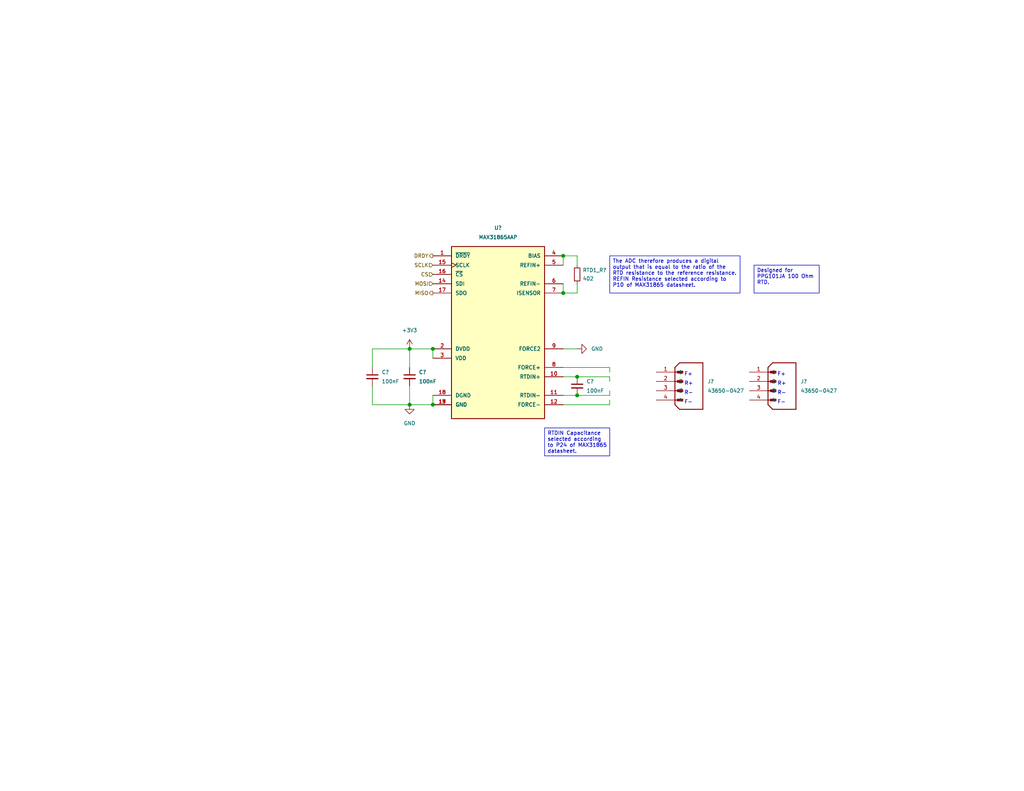
<source format=kicad_sch>
(kicad_sch (version 20230121) (generator eeschema)
  (paper "USLetter")
  (title_block (title "Blackbody A") (date "2023-07-16") (rev "v0.2.0") (company "LHR Solar") (comment 1 "Jacob Giddens") (comment 2 "Matthew Yu") (comment 3 "Gary Hallock"))
  (lib_symbols
    (symbol "Device:C_Small" (pin_numbers hide) (pin_names (offset 0.254) hide)
      (property "Reference" "C" (at 0.254 1.778 0))
      (property "Value" "C_Small" (at 0.254 -2.032 0))
      (symbol "C_Small_0_1"
        (polyline (pts (xy -1.524 -0.508) (xy 1.524 -0.508)) (stroke (width 0.3302)))
        (polyline (pts (xy -1.524 0.508) (xy 1.524 0.508)) (stroke (width 0.3048)))
      )
      (symbol "C_Small_1_1"
        (pin passive line (at 0 2.54 270) (length 2.032) (name "~") (number "1"))
        (pin passive line (at 0 -2.54 90) (length 2.032) (name "~") (number "2"))
      )
    )
    (symbol "Device:R_Small" (pin_numbers hide) (pin_names (offset 0.254) hide)
      (property "Reference" "R" (at 0.762 0.508 0))
      (property "Value" "R_Small" (at 0.762 -1.016 0))
      (symbol "R_Small_0_1"
        (rectangle (start -0.762 1.778) (end 0.762 -1.778) (stroke (width 0.2032)))
      )
      (symbol "R_Small_1_1"
        (pin passive line (at 0 2.54 270) (length 0.762) (name "~") (number "1"))
        (pin passive line (at 0 -2.54 90) (length 0.762) (name "~") (number "2"))
      )
    )
    (symbol "maxim_MAX31865AAP:MAX31865AAP" (pin_names (offset 1.016))
      (property "Reference" "U" (at -12.7 25.4 0))
      (property "Value" "MAX31865AAP" (at -12.7 -30.48 0))
      (symbol "MAX31865AAP_0_0"
        (rectangle (start -12.7 25.4) (end 12.7 -21.59) (stroke (width 0.254)) (fill (type background)))
        (pin output line (at -17.78 22.86 0) (length 5.08) (name "~{DRDY}") (number "1"))
        (pin input line (at 17.78 -10.16 180) (length 5.08) (name "RTDIN+") (number "10"))
        (pin input line (at 17.78 -15.24 180) (length 5.08) (name "RTDIN-") (number "11"))
        (pin input line (at 17.78 -17.78 180) (length 5.08) (name "FORCE-") (number "12"))
        (pin power_in line (at -17.78 -17.78 0) (length 5.08) (name "GND") (number "13"))
        (pin input line (at -17.78 15.24 0) (length 5.08) (name "SDI") (number "14"))
        (pin input clock (at -17.78 20.32 0) (length 5.08) (name "SCLK") (number "15"))
        (pin input line (at -17.78 17.78 0) (length 5.08) (name "~{CS}") (number "16"))
        (pin output line (at -17.78 12.7 0) (length 5.08) (name "SDO") (number "17"))
        (pin power_in line (at -17.78 -15.24 0) (length 5.08) (name "DGND") (number "18"))
        (pin power_in line (at -17.78 -17.78 0) (length 5.08) (name "GND") (number "19"))
        (pin power_in line (at -17.78 -2.54 0) (length 5.08) (name "DVDD") (number "2"))
        (pin power_in line (at -17.78 -5.08 0) (length 5.08) (name "VDD") (number "3"))
        (pin output line (at 17.78 22.86 180) (length 5.08) (name "BIAS") (number "4"))
        (pin input line (at 17.78 20.32 180) (length 5.08) (name "REFIN+") (number "5"))
        (pin input line (at 17.78 15.24 180) (length 5.08) (name "REFIN-") (number "6"))
        (pin input line (at 17.78 12.7 180) (length 5.08) (name "ISENSOR") (number "7"))
        (pin output line (at 17.78 -7.62 180) (length 5.08) (name "FORCE+") (number "8"))
        (pin input line (at 17.78 -2.54 180) (length 5.08) (name "FORCE2") (number "9"))
      )
    )
    (symbol "molex_microfit_43650_0427:43650-0427" (pin_names (offset 1.016))
      (property "Reference" "J" (at 0 6.35 0))
      (property "Value" "43650-0427" (at 0 -10.16 0))
      (symbol "43650-0427_0_0"
        (polyline (pts (xy 0 -6.35) (xy 1.27 -7.62)) (stroke (width 0.254)))
        (polyline (pts (xy 0 -5.08) (xy 1.905 -5.08)) (stroke (width 0.254)))
        (polyline (pts (xy 0 -2.54) (xy 1.905 -2.54)) (stroke (width 0.254)))
        (polyline (pts (xy 0 0) (xy 1.905 0)) (stroke (width 0.254)))
        (polyline (pts (xy 0 2.54) (xy 0 -6.35)) (stroke (width 0.254)))
        (polyline (pts (xy 0 2.54) (xy 1.905 2.54)) (stroke (width 0.254)))
        (polyline (pts (xy 0 3.81) (xy 0 2.54)) (stroke (width 0.254)))
        (polyline (pts (xy 0 3.81) (xy 1.27 5.08)) (stroke (width 0.254)))
        (polyline (pts (xy 1.27 -7.62) (xy 7.62 -7.62)) (stroke (width 0.254)))
        (polyline (pts (xy 7.62 -7.62) (xy 7.62 5.08)) (stroke (width 0.254)))
        (polyline (pts (xy 7.62 5.08) (xy 1.27 5.08)) (stroke (width 0.254)))
        (rectangle (start 0.635 -5.3975) (end 2.2225 -4.7625) (stroke (width 0.1)) (fill (type outline)))
        (rectangle (start 0.635 -2.8575) (end 2.2225 -2.2225) (stroke (width 0.1)) (fill (type outline)))
        (rectangle (start 0.635 -0.3175) (end 2.2225 0.3175) (stroke (width 0.1)) (fill (type outline)))
        (rectangle (start 0.635 2.2225) (end 2.2225 2.8575) (stroke (width 0.1)) (fill (type outline)))
        (pin passive line (at -5.08 2.54 0) (length 5.08) (name "1") (number "1"))
        (pin passive line (at -5.08 0 0) (length 5.08) (name "2") (number "2"))
        (pin passive line (at -5.08 -2.54 0) (length 5.08) (name "3") (number "3"))
        (pin passive line (at -5.08 -5.08 0) (length 5.08) (name "4") (number "4"))
      )
    )
    (symbol "power:+3V3" (power) (pin_names (offset 0))
      (property "Value" "+3V3" (at 0 3.556 0))
      (symbol "+3V3_0_1"
        (polyline (pts (xy -0.762 1.27) (xy 0 2.54)))
        (polyline (pts (xy 0 0) (xy 0 2.54)))
        (polyline (pts (xy 0 2.54) (xy 0.762 1.27)))
      )
      (symbol "+3V3_1_1"
        (pin power_in line (at 0 0 90) (length 0) hide (name "+3V3") (number "1"))
      )
    )
    (symbol "power:GND" (power) (pin_names (offset 0))
      (property "Value" "GND" (at 0 -3.81 0))
      (symbol "GND_0_1"
        (polyline (pts (xy 0 0) (xy 0 -1.27) (xy 1.27 -1.27) (xy 0 -2.54) (xy -1.27 -1.27) (xy 0 -1.27)))
      )
      (symbol "GND_1_1"
        (pin power_in line (at 0 0 270) (length 0) hide (name "GND") (number "1"))
      )
    )
  )
  (junction (at 118.11 110.49))
  (junction (at 111.76 110.49))
  (junction (at 153.67 80.01))
  (junction (at 157.48 107.95))
  (junction (at 118.11 95.25))
  (junction (at 111.76 95.25))
  (junction (at 153.67 69.85))
  (junction (at 157.48 102.87))
  (wire (pts (xy 166.37 107.95) (xy 166.37 106.68)))
  (wire (pts (xy 111.76 95.25) (xy 111.76 100.33)))
  (wire (pts (xy 153.67 102.87) (xy 157.48 102.87)))
  (wire (pts (xy 101.6 110.49) (xy 101.6 105.41)))
  (wire (pts (xy 157.48 72.39) (xy 157.48 69.85)))
  (wire (pts (xy 166.37 102.87) (xy 166.37 104.14)))
  (wire (pts (xy 111.76 95.25) (xy 118.11 95.25)))
  (wire (pts (xy 153.67 72.39) (xy 153.67 69.85)))
  (wire (pts (xy 157.48 80.01) (xy 153.67 80.01)))
  (wire (pts (xy 153.67 107.95) (xy 157.48 107.95)))
  (wire (pts (xy 157.48 107.95) (xy 166.37 107.95)))
  (wire (pts (xy 118.11 107.95) (xy 118.11 110.49)))
  (wire (pts (xy 153.67 77.47) (xy 153.67 80.01)))
  (wire (pts (xy 101.6 110.49) (xy 111.76 110.49)))
  (wire (pts (xy 111.76 110.49) (xy 111.76 105.41)))
  (wire (pts (xy 157.48 102.87) (xy 166.37 102.87)))
  (wire (pts (xy 157.48 69.85) (xy 153.67 69.85)))
  (wire (pts (xy 101.6 95.25) (xy 111.76 95.25)))
  (wire (pts (xy 111.76 110.49) (xy 118.11 110.49)))
  (wire (pts (xy 157.48 77.47) (xy 157.48 80.01)))
  (wire (pts (xy 153.67 100.33) (xy 166.37 100.33)))
  (wire (pts (xy 153.67 95.25) (xy 157.48 95.25)))
  (wire (pts (xy 166.37 110.49) (xy 166.37 109.22)))
  (wire (pts (xy 118.11 95.25) (xy 118.11 97.79)))
  (wire (pts (xy 166.37 100.33) (xy 166.37 101.6)))
  (wire (pts (xy 101.6 95.25) (xy 101.6 100.33)))
  (wire (pts (xy 153.67 110.49) (xy 166.37 110.49)))
  (text_box "RTDIN Capacitance selected according to P24 of MAX31865 datasheet." (at 148.59 116.84 0) (size 17.78 7.62) (effects (font (size 1.016 1.016)) (justify left top)))
  (text_box "The ADC therefore produces a digital output that is equal to the ratio of the RTD resistance to the reference resistance.\nREFIN Resistance selected according to P10 of MAX31865 datasheet." (at 166.37 69.85 0) (size 35.56 10.16) (effects (font (size 1.016 1.016)) (justify left top)))
  (text_box "Designed for PPG101JA 100 Ohm RTD." (at 205.74 72.39 0) (size 17.78 7.62) (effects (font (size 1.016 1.016)) (justify left top)))
  (text "R-" (at 212.09 107.95 0) (effects (font (size 1.016 1.016)) (justify left bottom)))
  (text "F-" (at 186.69 110.49 0) (effects (font (size 1.016 1.016)) (justify left bottom)))
  (text "R-" (at 186.69 107.95 0) (effects (font (size 1.016 1.016)) (justify left bottom)))
  (text "F-" (at 212.09 110.49 0) (effects (font (size 1.016 1.016)) (justify left bottom)))
  (text "F+" (at 212.09 102.87 0) (effects (font (size 1.016 1.016)) (justify left bottom)))
  (text "R+" (at 186.69 105.41 0) (effects (font (size 1.016 1.016)) (justify left bottom)))
  (text "R+" (at 212.09 105.41 0) (effects (font (size 1.016 1.016)) (justify left bottom)))
  (text "F+" (at 186.69 102.87 0) (effects (font (size 1.016 1.016)) (justify left bottom)))
  (hierarchical_label "MISO" (shape output) (at 118.11 80.01 180) (effects (font (size 1 1))))
  (hierarchical_label "MOSI" (shape input) (at 118.11 77.47 180) (effects (font (size 1 1))))
  (hierarchical_label "CS" (shape input) (at 118.11 74.93 180) (effects (font (size 1 1))))
  (hierarchical_label "DRDY" (shape output) (at 118.11 69.85 180) (effects (font (size 1 1))))
  (hierarchical_label "SCLK" (shape input) (at 118.11 72.39 180) (effects (font (size 1 1))))
  (symbol (lib_id "Device:C_Small") (at 157.48 105.41 0) (unit 1)
    (property "Reference" "C?" (at 160.02 104.14 0) (effects (font (size 1 1)) (justify left)))
    (property "Value" "100nF" (at 160.02 106.68 0) (effects (font (size 1 1)) (justify left)))
    (property "Footprint" "Capacitor_SMD:C_0402_1005Metric" (effects hide))
    (property "Datasheet" "https://datasheet.lcsc.com/lcsc/2304140030_Samsung-Electro-Mechanics-CL05B104KO5NNNC_C1525.pdf" (effects hide))
    (property "Distributor" "JLCPCB" (effects hide))
    (property "Manufacturer" "Samsung Electro-Mechanics" (effects hide))
    (property "P/N" "CL05B104KO5NNNC" (effects hide))
    (property "LCSC Part #" "C1525" (effects hide))
    (property "Cost" "0.0008" (effects hide))
    (property "Notes" "Rated for 16V." (effects hide))
    (instances (project "mppt" (path "" (reference "C?") (unit 1)) (path "" (reference "C?") (unit 1)) (path "" (reference "C?") (unit 1))) (project "blackbody_a" (path "" (reference "C1303") (unit 1)) (path "" (reference "C1203") (unit 1)) (path "" (reference "C1103") (unit 1)) (path "" (reference "C1003") (unit 1)) (path "" (reference "C903") (unit 1)) (path "" (reference "C803") (unit 1)) (path "" (reference "C6") (unit 1)) (path "" (reference "C703") (unit 1)) (path "" (reference "C603") (unit 1)) (path "" (reference "C?") (unit 1))))
  )
  (symbol (lib_id "molex_microfit_43650_0427:43650-0427") (at 209.55 104.14 0) (unit 1)
    (property "Reference" "J?" (at 218.44 104.14 0) (effects (font (size 1 1)) (justify left)))
    (property "Value" "43650-0427" (at 218.44 106.68 0) (effects (font (size 1 1)) (justify left)))
    (property "Footprint" "footprints:molex_microfit_43650_0427" (effects hide))
    (property "Datasheet" "https://www.molex.com/content/dam/molex/molex-dot-com/products/automated/en-us/salesdrawingpdf/436/43650/436500427_sd.pdf" (effects hide))
    (property "Distributor" "Mouser" (effects hide))
    (property "Manufacturer" "Molex" (effects hide))
    (property "P/N" "43650-0427" (effects hide))
    (property "Cost" "1.41" (effects hide))
    (instances (project "mppt" (path "" (reference "J?") (unit 1)) (path "" (reference "J?") (unit 1)) (path "" (reference "J?") (unit 1))) (project "blackbody_a" (path "" (reference "J1301") (unit 1)) (path "" (reference "J1201") (unit 1)) (path "" (reference "J1101") (unit 1)) (path "" (reference "J1001") (unit 1)) (path "" (reference "J901") (unit 1)) (path "" (reference "J801") (unit 1)) (path "" (reference "J601") (unit 1)) (path "" (reference "J701") (unit 1))))
  )
  (symbol (lib_id "Device:C_Small") (at 101.6 102.87 0) (unit 1)
    (property "Reference" "C?" (at 104.14 101.6 0) (effects (font (size 1 1)) (justify left)))
    (property "Value" "100nF" (at 104.14 104.14 0) (effects (font (size 1 1)) (justify left)))
    (property "Footprint" "Capacitor_SMD:C_0402_1005Metric" (effects hide))
    (property "Datasheet" "https://datasheet.lcsc.com/lcsc/2304140030_Samsung-Electro-Mechanics-CL05B104KO5NNNC_C1525.pdf" (effects hide))
    (property "Distributor" "JLCPCB" (effects hide))
    (property "Manufacturer" "Samsung Electro-Mechanics" (effects hide))
    (property "P/N" "CL05B104KO5NNNC" (effects hide))
    (property "LCSC Part #" "C1525" (effects hide))
    (property "Cost" "0.0008" (effects hide))
    (property "Notes" "Rated for 16V." (effects hide))
    (instances (project "mppt" (path "" (reference "C?") (unit 1)) (path "" (reference "C?") (unit 1)) (path "" (reference "C?") (unit 1))) (project "blackbody_a" (path "" (reference "C1301") (unit 1)) (path "" (reference "C1201") (unit 1)) (path "" (reference "C1101") (unit 1)) (path "" (reference "C1001") (unit 1)) (path "" (reference "C901") (unit 1)) (path "" (reference "C801") (unit 1)) (path "" (reference "C6") (unit 1)) (path "" (reference "C701") (unit 1)) (path "" (reference "C601") (unit 1)) (path "" (reference "C?") (unit 1))))
  )
  (symbol (lib_id "power:GND") (at 111.76 110.49 0) (unit 1)
    (property "Reference" "#PWR0802" (effects hide))
    (property "Value" "GND" (at 111.76 115.57 0) (effects (font (size 1 1))))
    (instances (project "mppt" (path "" (reference "#PWR0802") (unit 1)) (path "" (reference "#PWR0902") (unit 1)) (path "" (reference "#PWR01002") (unit 1))) (project "blackbody_a" (path "" (reference "#PWR0702") (unit 1)) (path "" (reference "#PWR0602") (unit 1)) (path "" (reference "#PWR0802") (unit 1)) (path "" (reference "#PWR0902") (unit 1)) (path "" (reference "#PWR01002") (unit 1)) (path "" (reference "#PWR01102") (unit 1)) (path "" (reference "#PWR01202") (unit 1)) (path "" (reference "#PWR01302") (unit 1))))
  )
  (symbol (lib_id "molex_microfit_43650_0427:43650-0427") (at 184.15 104.14 0) (unit 1)
    (property "Reference" "J?" (at 193.04 104.14 0) (effects (font (size 1 1)) (justify left)))
    (property "Value" "43650-0427" (at 193.04 106.68 0) (effects (font (size 1 1)) (justify left)))
    (property "Footprint" "footprints:molex_microfit_43650_0427" (effects hide))
    (property "Datasheet" "https://www.molex.com/content/dam/molex/molex-dot-com/products/automated/en-us/salesdrawingpdf/436/43650/436500427_sd.pdf" (effects hide))
    (property "Distributor" "Mouser" (effects hide))
    (property "Manufacturer" "Molex" (effects hide))
    (property "P/N" "43650-0427" (effects hide))
    (property "Cost" "1.41" (effects hide))
    (instances (project "mppt" (path "" (reference "J?") (unit 1)) (path "" (reference "J?") (unit 1)) (path "" (reference "J?") (unit 1))) (project "blackbody_a" (path "" (reference "J1301") (unit 1)) (path "" (reference "J1201") (unit 1)) (path "" (reference "J1101") (unit 1)) (path "" (reference "J1001") (unit 1)) (path "" (reference "J901") (unit 1)) (path "" (reference "J801") (unit 1)) (path "" (reference "J601") (unit 1)) (path "" (reference "J701") (unit 1))))
  )
  (symbol (lib_id "Device:R_Small") (at 157.48 74.93 0) (unit 1)
    (property "Reference" "RTD1_R?" (at 158.9786 73.7616 0) (effects (font (size 1 1)) (justify left)))
    (property "Value" "402" (at 158.9786 76.073 0) (effects (font (size 1 1)) (justify left)))
    (property "Footprint" "Resistor_SMD:R_0805_2012Metric" (effects hide))
    (property "Datasheet" "https://www.mouser.com/datasheet/2/447/PYu_RT_1_to_0_01_RoHS_L_12-3003070.pdf" (effects hide))
    (property "Distributor" "Mouser" (effects hide))
    (property "Manufacturer" "Yageo" (effects hide))
    (property "P/N" "RT0805DRE07402RL" (effects hide))
    (property "Cost" "0.13" (effects hide))
    (property "Notes" "Should be 400 ohms but good enough :(." (effects hide))
    (instances (project "mppt" (path "" (reference "RTD1_R?") (unit 1)) (path "" (reference "RTD1_R?") (unit 1)) (path "" (reference "RTD1_R?") (unit 1))) (project "blackbody_a" (path "" (reference "RTD1_R1301") (unit 1)) (path "" (reference "RTD1_R1201") (unit 1)) (path "" (reference "RTD1_R1101") (unit 1)) (path "" (reference "RTD1_R1001") (unit 1)) (path "" (reference "RTD1_R901") (unit 1)) (path "" (reference "RTD1_R801") (unit 1)) (path "" (reference "RTD1_R601") (unit 1)) (path "" (reference "RTD1_R701") (unit 1))))
  )
  (symbol (lib_id "power:+3V3") (at 111.76 95.25 0) (unit 1)
    (property "Reference" "#PWR0801" (effects hide))
    (property "Value" "+3V3" (at 111.76 90.17 0) (effects (font (size 1 1))))
    (instances (project "mppt" (path "" (reference "#PWR0801") (unit 1)) (path "" (reference "#PWR0901") (unit 1)) (path "" (reference "#PWR01001") (unit 1))) (project "blackbody_a" (path "" (reference "#PWR01301") (unit 1)) (path "" (reference "#PWR01201") (unit 1)) (path "" (reference "#PWR01101") (unit 1)) (path "" (reference "#PWR01001") (unit 1)) (path "" (reference "#PWR0901") (unit 1)) (path "" (reference "#PWR0801") (unit 1)) (path "" (reference "#PWR0601") (unit 1)) (path "" (reference "#PWR0701") (unit 1))))
  )
  (symbol (lib_id "Device:C_Small") (at 111.76 102.87 0) (unit 1)
    (property "Reference" "C?" (at 114.3 101.6 0) (effects (font (size 1 1)) (justify left)))
    (property "Value" "100nF" (at 114.3 104.14 0) (effects (font (size 1 1)) (justify left)))
    (property "Footprint" "Capacitor_SMD:C_0402_1005Metric" (effects hide))
    (property "Datasheet" "https://datasheet.lcsc.com/lcsc/2304140030_Samsung-Electro-Mechanics-CL05B104KO5NNNC_C1525.pdf" (effects hide))
    (property "Distributor" "JLCPCB" (effects hide))
    (property "Manufacturer" "Samsung Electro-Mechanics" (effects hide))
    (property "P/N" "CL05B104KO5NNNC" (effects hide))
    (property "LCSC Part #" "C1525" (effects hide))
    (property "Cost" "0.0008" (effects hide))
    (property "Notes" "Rated for 16V." (effects hide))
    (instances (project "mppt" (path "" (reference "C?") (unit 1)) (path "" (reference "C?") (unit 1)) (path "" (reference "C?") (unit 1))) (project "blackbody_a" (path "" (reference "C1302") (unit 1)) (path "" (reference "C1202") (unit 1)) (path "" (reference "C1102") (unit 1)) (path "" (reference "C1002") (unit 1)) (path "" (reference "C902") (unit 1)) (path "" (reference "C802") (unit 1)) (path "" (reference "C6") (unit 1)) (path "" (reference "C702") (unit 1)) (path "" (reference "C602") (unit 1)) (path "" (reference "C?") (unit 1))))
  )
  (symbol (lib_id "power:GND") (at 157.48 95.25 90) (unit 1)
    (property "Reference" "#PWR0803" (effects hide))
    (property "Value" "GND" (at 161.29 95.25 90) (effects (font (size 1 1)) (justify right)))
    (instances (project "mppt" (path "" (reference "#PWR0803") (unit 1)) (path "" (reference "#PWR0903") (unit 1)) (path "" (reference "#PWR01003") (unit 1))) (project "blackbody_a" (path "" (reference "#PWR01303") (unit 1)) (path "" (reference "#PWR01203") (unit 1)) (path "" (reference "#PWR01103") (unit 1)) (path "" (reference "#PWR01003") (unit 1)) (path "" (reference "#PWR0903") (unit 1)) (path "" (reference "#PWR0803") (unit 1)) (path "" (reference "#PWR0603") (unit 1)) (path "" (reference "#PWR0703") (unit 1))))
  )
  (symbol (lib_id "maxim_MAX31865AAP:MAX31865AAP") (at 135.89 92.71 0) (unit 1)
    (property "Reference" "U?" (at 135.89 62.23 0) (effects (font (size 1 1))))
    (property "Value" "MAX31865AAP" (at 135.89 64.77 0) (effects (font (size 1 1))))
    (property "Footprint" "footprints:maxim_MAX31865AAP" (effects hide))
    (property "Datasheet" "https://www.mouser.com/datasheet/2/609/MAX31865-3128729.pdf" (effects hide))
    (property "Distributor" "JLCPCB" (effects hide))
    (property "Manufacturer" "Analog Devices / Maxim Integrated" (effects hide))
    (property "P/N" "MAX31865AAP+T" (effects hide))
    (property "LCSC Part #" "C779509" (effects hide))
    (property "Cost" "5.7558" (effects hide))
    (instances (project "mppt" (path "" (reference "U?") (unit 1)) (path "" (reference "U?") (unit 1)) (path "" (reference "U?") (unit 1))) (project "blackbody_a" (path "" (reference "U1301") (unit 1)) (path "" (reference "U1201") (unit 1)) (path "" (reference "U1101") (unit 1)) (path "" (reference "U1001") (unit 1)) (path "" (reference "U901") (unit 1)) (path "" (reference "U801") (unit 1)) (path "" (reference "U601") (unit 1)) (path "" (reference "U701") (unit 1))))
  )
)
</source>
